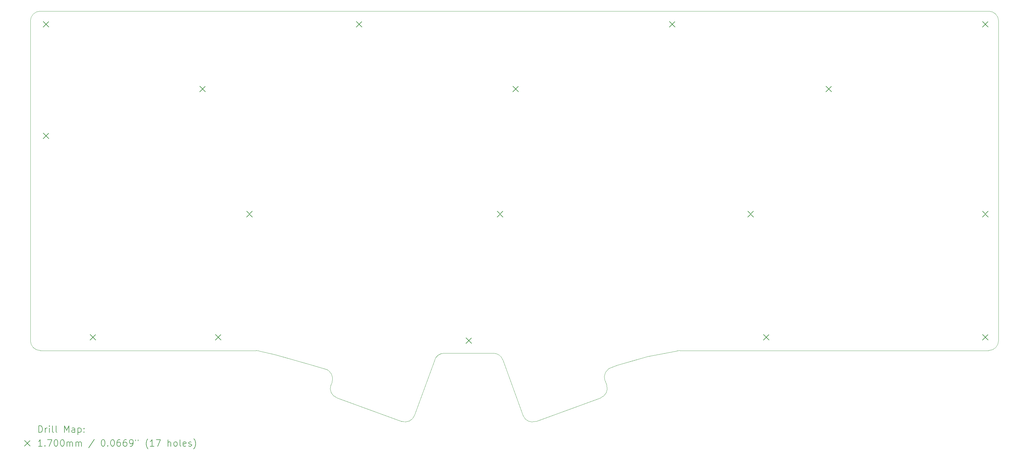
<source format=gbr>
%TF.GenerationSoftware,KiCad,Pcbnew,(6.0.7-1)-1*%
%TF.CreationDate,2022-08-16T19:50:39+02:00*%
%TF.ProjectId,switch-plate,73776974-6368-42d7-906c-6174652e6b69,rev?*%
%TF.SameCoordinates,Original*%
%TF.FileFunction,Drillmap*%
%TF.FilePolarity,Positive*%
%FSLAX45Y45*%
G04 Gerber Fmt 4.5, Leading zero omitted, Abs format (unit mm)*
G04 Created by KiCad (PCBNEW (6.0.7-1)-1) date 2022-08-16 19:50:39*
%MOMM*%
%LPD*%
G01*
G04 APERTURE LIST*
%ADD10C,0.100000*%
%ADD11C,0.200000*%
%ADD12C,0.170000*%
G04 APERTURE END LIST*
D10*
X18282110Y-9397703D02*
X19195309Y-9135848D01*
X9770366Y-10382641D02*
X11743720Y-11100883D01*
X775000Y1350000D02*
G75*
G03*
X475000Y1050000I0J-300000D01*
G01*
X775000Y1350000D02*
X29550000Y1350000D01*
X29850000Y1050000D02*
G75*
G03*
X29550000Y1350000I-300000J0D01*
G01*
X29550000Y-8950000D02*
G75*
G03*
X29850000Y-8650000I0J300000D01*
G01*
X475000Y1050000D02*
X475000Y-2550000D01*
X17779634Y-10382641D02*
X15806280Y-11100883D01*
X9030390Y-9397703D02*
X9426049Y-9513173D01*
X11743721Y-11100881D02*
G75*
G03*
X12128234Y-10921581I102609J281901D01*
G01*
X9591059Y-9998125D02*
G75*
G03*
X9770366Y-10382641I281911J-102605D01*
G01*
X20175000Y-8950000D02*
G75*
G03*
X20092309Y-8961622I0J-300000D01*
G01*
X475000Y-8650000D02*
G75*
G03*
X775000Y-8950000I300000J0D01*
G01*
X19195309Y-9135848D02*
X20092309Y-8961622D01*
X18106851Y-9466193D02*
G75*
G03*
X17907633Y-9857173I82689J-288377D01*
G01*
X775000Y-8950000D02*
X7325000Y-8950000D01*
X13025778Y-9032741D02*
X14524222Y-9032741D01*
X475000Y-2550000D02*
X475000Y-8650000D01*
X17779633Y-10382636D02*
G75*
G03*
X17958936Y-9998127I-102603J281906D01*
G01*
X9591064Y-9998127D02*
X9625266Y-9904158D01*
X13025778Y-9032739D02*
G75*
G03*
X12743870Y-9230135I2J-300002D01*
G01*
X15421766Y-10921581D02*
X14806130Y-9230135D01*
X12128234Y-10921581D02*
X12743870Y-9230135D01*
X9625265Y-9904157D02*
G75*
G03*
X9426049Y-9513173I-281905J102607D01*
G01*
X7407691Y-8961622D02*
X7888891Y-9070384D01*
X18106850Y-9466189D02*
X18282110Y-9397703D01*
X14806128Y-9230135D02*
G75*
G03*
X14524222Y-9032741I-281908J-102605D01*
G01*
X15421764Y-10921582D02*
G75*
G03*
X15806280Y-11100883I281906J102602D01*
G01*
X29850000Y-8650000D02*
X29850000Y1050000D01*
X20175000Y-8950000D02*
X29550000Y-8950000D01*
X7888891Y-9070384D02*
X9030390Y-9397703D01*
X17958936Y-9998127D02*
X17907633Y-9857173D01*
X7407691Y-8961622D02*
G75*
G03*
X7325000Y-8950000I-82691J-288379D01*
G01*
D11*
D12*
X865000Y1035000D02*
X1035000Y865000D01*
X1035000Y1035000D02*
X865000Y865000D01*
X865000Y-2350000D02*
X1035000Y-2520000D01*
X1035000Y-2350000D02*
X865000Y-2520000D01*
X2290000Y-8465000D02*
X2460000Y-8635000D01*
X2460000Y-8465000D02*
X2290000Y-8635000D01*
X5615000Y-925000D02*
X5785000Y-1095000D01*
X5785000Y-925000D02*
X5615000Y-1095000D01*
X6090000Y-8465000D02*
X6260000Y-8635000D01*
X6260000Y-8465000D02*
X6090000Y-8635000D01*
X7040000Y-4725000D02*
X7210000Y-4895000D01*
X7210000Y-4725000D02*
X7040000Y-4895000D01*
X10365000Y1035000D02*
X10535000Y865000D01*
X10535000Y1035000D02*
X10365000Y865000D01*
X13690000Y-8565000D02*
X13860000Y-8735000D01*
X13860000Y-8565000D02*
X13690000Y-8735000D01*
X14640000Y-4725000D02*
X14810000Y-4895000D01*
X14810000Y-4725000D02*
X14640000Y-4895000D01*
X15115000Y-925000D02*
X15285000Y-1095000D01*
X15285000Y-925000D02*
X15115000Y-1095000D01*
X19865000Y1035000D02*
X20035000Y865000D01*
X20035000Y1035000D02*
X19865000Y865000D01*
X22240000Y-4725000D02*
X22410000Y-4895000D01*
X22410000Y-4725000D02*
X22240000Y-4895000D01*
X22715000Y-8465000D02*
X22885000Y-8635000D01*
X22885000Y-8465000D02*
X22715000Y-8635000D01*
X24615000Y-925000D02*
X24785000Y-1095000D01*
X24785000Y-925000D02*
X24615000Y-1095000D01*
X29365000Y1035000D02*
X29535000Y865000D01*
X29535000Y1035000D02*
X29365000Y865000D01*
X29365000Y-4725000D02*
X29535000Y-4895000D01*
X29535000Y-4725000D02*
X29365000Y-4895000D01*
X29365000Y-8465000D02*
X29535000Y-8635000D01*
X29535000Y-8465000D02*
X29365000Y-8635000D01*
D11*
X727619Y-11434453D02*
X727619Y-11234453D01*
X775238Y-11234453D01*
X803809Y-11243977D01*
X822857Y-11263024D01*
X832381Y-11282072D01*
X841905Y-11320167D01*
X841905Y-11348739D01*
X832381Y-11386834D01*
X822857Y-11405881D01*
X803809Y-11424929D01*
X775238Y-11434453D01*
X727619Y-11434453D01*
X927619Y-11434453D02*
X927619Y-11301120D01*
X927619Y-11339215D02*
X937143Y-11320167D01*
X946667Y-11310643D01*
X965714Y-11301120D01*
X984762Y-11301120D01*
X1051429Y-11434453D02*
X1051429Y-11301120D01*
X1051429Y-11234453D02*
X1041905Y-11243977D01*
X1051429Y-11253501D01*
X1060952Y-11243977D01*
X1051429Y-11234453D01*
X1051429Y-11253501D01*
X1175238Y-11434453D02*
X1156190Y-11424929D01*
X1146667Y-11405881D01*
X1146667Y-11234453D01*
X1280000Y-11434453D02*
X1260952Y-11424929D01*
X1251429Y-11405881D01*
X1251429Y-11234453D01*
X1508571Y-11434453D02*
X1508571Y-11234453D01*
X1575238Y-11377310D01*
X1641905Y-11234453D01*
X1641905Y-11434453D01*
X1822857Y-11434453D02*
X1822857Y-11329691D01*
X1813333Y-11310643D01*
X1794286Y-11301120D01*
X1756190Y-11301120D01*
X1737143Y-11310643D01*
X1822857Y-11424929D02*
X1803809Y-11434453D01*
X1756190Y-11434453D01*
X1737143Y-11424929D01*
X1727619Y-11405881D01*
X1727619Y-11386834D01*
X1737143Y-11367786D01*
X1756190Y-11358262D01*
X1803809Y-11358262D01*
X1822857Y-11348739D01*
X1918095Y-11301120D02*
X1918095Y-11501120D01*
X1918095Y-11310643D02*
X1937143Y-11301120D01*
X1975238Y-11301120D01*
X1994286Y-11310643D01*
X2003809Y-11320167D01*
X2013333Y-11339215D01*
X2013333Y-11396358D01*
X2003809Y-11415405D01*
X1994286Y-11424929D01*
X1975238Y-11434453D01*
X1937143Y-11434453D01*
X1918095Y-11424929D01*
X2099048Y-11415405D02*
X2108571Y-11424929D01*
X2099048Y-11434453D01*
X2089524Y-11424929D01*
X2099048Y-11415405D01*
X2099048Y-11434453D01*
X2099048Y-11310643D02*
X2108571Y-11320167D01*
X2099048Y-11329691D01*
X2089524Y-11320167D01*
X2099048Y-11310643D01*
X2099048Y-11329691D01*
D12*
X300000Y-11678977D02*
X470000Y-11848977D01*
X470000Y-11678977D02*
X300000Y-11848977D01*
D11*
X832381Y-11854453D02*
X718095Y-11854453D01*
X775238Y-11854453D02*
X775238Y-11654453D01*
X756190Y-11683024D01*
X737143Y-11702072D01*
X718095Y-11711596D01*
X918095Y-11835405D02*
X927619Y-11844929D01*
X918095Y-11854453D01*
X908571Y-11844929D01*
X918095Y-11835405D01*
X918095Y-11854453D01*
X994286Y-11654453D02*
X1127619Y-11654453D01*
X1041905Y-11854453D01*
X1241905Y-11654453D02*
X1260952Y-11654453D01*
X1280000Y-11663977D01*
X1289524Y-11673501D01*
X1299048Y-11692548D01*
X1308571Y-11730643D01*
X1308571Y-11778262D01*
X1299048Y-11816358D01*
X1289524Y-11835405D01*
X1280000Y-11844929D01*
X1260952Y-11854453D01*
X1241905Y-11854453D01*
X1222857Y-11844929D01*
X1213333Y-11835405D01*
X1203810Y-11816358D01*
X1194286Y-11778262D01*
X1194286Y-11730643D01*
X1203810Y-11692548D01*
X1213333Y-11673501D01*
X1222857Y-11663977D01*
X1241905Y-11654453D01*
X1432381Y-11654453D02*
X1451428Y-11654453D01*
X1470476Y-11663977D01*
X1480000Y-11673501D01*
X1489524Y-11692548D01*
X1499048Y-11730643D01*
X1499048Y-11778262D01*
X1489524Y-11816358D01*
X1480000Y-11835405D01*
X1470476Y-11844929D01*
X1451428Y-11854453D01*
X1432381Y-11854453D01*
X1413333Y-11844929D01*
X1403809Y-11835405D01*
X1394286Y-11816358D01*
X1384762Y-11778262D01*
X1384762Y-11730643D01*
X1394286Y-11692548D01*
X1403809Y-11673501D01*
X1413333Y-11663977D01*
X1432381Y-11654453D01*
X1584762Y-11854453D02*
X1584762Y-11721120D01*
X1584762Y-11740167D02*
X1594286Y-11730643D01*
X1613333Y-11721120D01*
X1641905Y-11721120D01*
X1660952Y-11730643D01*
X1670476Y-11749691D01*
X1670476Y-11854453D01*
X1670476Y-11749691D02*
X1680000Y-11730643D01*
X1699048Y-11721120D01*
X1727619Y-11721120D01*
X1746667Y-11730643D01*
X1756190Y-11749691D01*
X1756190Y-11854453D01*
X1851428Y-11854453D02*
X1851428Y-11721120D01*
X1851428Y-11740167D02*
X1860952Y-11730643D01*
X1880000Y-11721120D01*
X1908571Y-11721120D01*
X1927619Y-11730643D01*
X1937143Y-11749691D01*
X1937143Y-11854453D01*
X1937143Y-11749691D02*
X1946667Y-11730643D01*
X1965714Y-11721120D01*
X1994286Y-11721120D01*
X2013333Y-11730643D01*
X2022857Y-11749691D01*
X2022857Y-11854453D01*
X2413333Y-11644929D02*
X2241905Y-11902072D01*
X2670476Y-11654453D02*
X2689524Y-11654453D01*
X2708571Y-11663977D01*
X2718095Y-11673501D01*
X2727619Y-11692548D01*
X2737143Y-11730643D01*
X2737143Y-11778262D01*
X2727619Y-11816358D01*
X2718095Y-11835405D01*
X2708571Y-11844929D01*
X2689524Y-11854453D01*
X2670476Y-11854453D01*
X2651429Y-11844929D01*
X2641905Y-11835405D01*
X2632381Y-11816358D01*
X2622857Y-11778262D01*
X2622857Y-11730643D01*
X2632381Y-11692548D01*
X2641905Y-11673501D01*
X2651429Y-11663977D01*
X2670476Y-11654453D01*
X2822857Y-11835405D02*
X2832381Y-11844929D01*
X2822857Y-11854453D01*
X2813333Y-11844929D01*
X2822857Y-11835405D01*
X2822857Y-11854453D01*
X2956190Y-11654453D02*
X2975238Y-11654453D01*
X2994286Y-11663977D01*
X3003809Y-11673501D01*
X3013333Y-11692548D01*
X3022857Y-11730643D01*
X3022857Y-11778262D01*
X3013333Y-11816358D01*
X3003809Y-11835405D01*
X2994286Y-11844929D01*
X2975238Y-11854453D01*
X2956190Y-11854453D01*
X2937143Y-11844929D01*
X2927619Y-11835405D01*
X2918095Y-11816358D01*
X2908571Y-11778262D01*
X2908571Y-11730643D01*
X2918095Y-11692548D01*
X2927619Y-11673501D01*
X2937143Y-11663977D01*
X2956190Y-11654453D01*
X3194286Y-11654453D02*
X3156190Y-11654453D01*
X3137143Y-11663977D01*
X3127619Y-11673501D01*
X3108571Y-11702072D01*
X3099048Y-11740167D01*
X3099048Y-11816358D01*
X3108571Y-11835405D01*
X3118095Y-11844929D01*
X3137143Y-11854453D01*
X3175238Y-11854453D01*
X3194286Y-11844929D01*
X3203809Y-11835405D01*
X3213333Y-11816358D01*
X3213333Y-11768739D01*
X3203809Y-11749691D01*
X3194286Y-11740167D01*
X3175238Y-11730643D01*
X3137143Y-11730643D01*
X3118095Y-11740167D01*
X3108571Y-11749691D01*
X3099048Y-11768739D01*
X3384762Y-11654453D02*
X3346667Y-11654453D01*
X3327619Y-11663977D01*
X3318095Y-11673501D01*
X3299048Y-11702072D01*
X3289524Y-11740167D01*
X3289524Y-11816358D01*
X3299048Y-11835405D01*
X3308571Y-11844929D01*
X3327619Y-11854453D01*
X3365714Y-11854453D01*
X3384762Y-11844929D01*
X3394286Y-11835405D01*
X3403809Y-11816358D01*
X3403809Y-11768739D01*
X3394286Y-11749691D01*
X3384762Y-11740167D01*
X3365714Y-11730643D01*
X3327619Y-11730643D01*
X3308571Y-11740167D01*
X3299048Y-11749691D01*
X3289524Y-11768739D01*
X3499048Y-11854453D02*
X3537143Y-11854453D01*
X3556190Y-11844929D01*
X3565714Y-11835405D01*
X3584762Y-11806834D01*
X3594286Y-11768739D01*
X3594286Y-11692548D01*
X3584762Y-11673501D01*
X3575238Y-11663977D01*
X3556190Y-11654453D01*
X3518095Y-11654453D01*
X3499048Y-11663977D01*
X3489524Y-11673501D01*
X3480000Y-11692548D01*
X3480000Y-11740167D01*
X3489524Y-11759215D01*
X3499048Y-11768739D01*
X3518095Y-11778262D01*
X3556190Y-11778262D01*
X3575238Y-11768739D01*
X3584762Y-11759215D01*
X3594286Y-11740167D01*
X3670476Y-11654453D02*
X3670476Y-11692548D01*
X3746667Y-11654453D02*
X3746667Y-11692548D01*
X4041905Y-11930643D02*
X4032381Y-11921120D01*
X4013333Y-11892548D01*
X4003809Y-11873501D01*
X3994286Y-11844929D01*
X3984762Y-11797310D01*
X3984762Y-11759215D01*
X3994286Y-11711596D01*
X4003809Y-11683024D01*
X4013333Y-11663977D01*
X4032381Y-11635405D01*
X4041905Y-11625881D01*
X4222857Y-11854453D02*
X4108571Y-11854453D01*
X4165714Y-11854453D02*
X4165714Y-11654453D01*
X4146667Y-11683024D01*
X4127619Y-11702072D01*
X4108571Y-11711596D01*
X4289524Y-11654453D02*
X4422857Y-11654453D01*
X4337143Y-11854453D01*
X4651429Y-11854453D02*
X4651429Y-11654453D01*
X4737143Y-11854453D02*
X4737143Y-11749691D01*
X4727619Y-11730643D01*
X4708571Y-11721120D01*
X4680000Y-11721120D01*
X4660952Y-11730643D01*
X4651429Y-11740167D01*
X4860952Y-11854453D02*
X4841905Y-11844929D01*
X4832381Y-11835405D01*
X4822857Y-11816358D01*
X4822857Y-11759215D01*
X4832381Y-11740167D01*
X4841905Y-11730643D01*
X4860952Y-11721120D01*
X4889524Y-11721120D01*
X4908571Y-11730643D01*
X4918095Y-11740167D01*
X4927619Y-11759215D01*
X4927619Y-11816358D01*
X4918095Y-11835405D01*
X4908571Y-11844929D01*
X4889524Y-11854453D01*
X4860952Y-11854453D01*
X5041905Y-11854453D02*
X5022857Y-11844929D01*
X5013333Y-11825881D01*
X5013333Y-11654453D01*
X5194286Y-11844929D02*
X5175238Y-11854453D01*
X5137143Y-11854453D01*
X5118095Y-11844929D01*
X5108571Y-11825881D01*
X5108571Y-11749691D01*
X5118095Y-11730643D01*
X5137143Y-11721120D01*
X5175238Y-11721120D01*
X5194286Y-11730643D01*
X5203810Y-11749691D01*
X5203810Y-11768739D01*
X5108571Y-11787786D01*
X5280000Y-11844929D02*
X5299048Y-11854453D01*
X5337143Y-11854453D01*
X5356190Y-11844929D01*
X5365714Y-11825881D01*
X5365714Y-11816358D01*
X5356190Y-11797310D01*
X5337143Y-11787786D01*
X5308571Y-11787786D01*
X5289524Y-11778262D01*
X5280000Y-11759215D01*
X5280000Y-11749691D01*
X5289524Y-11730643D01*
X5308571Y-11721120D01*
X5337143Y-11721120D01*
X5356190Y-11730643D01*
X5432381Y-11930643D02*
X5441905Y-11921120D01*
X5460952Y-11892548D01*
X5470476Y-11873501D01*
X5480000Y-11844929D01*
X5489524Y-11797310D01*
X5489524Y-11759215D01*
X5480000Y-11711596D01*
X5470476Y-11683024D01*
X5460952Y-11663977D01*
X5441905Y-11635405D01*
X5432381Y-11625881D01*
M02*

</source>
